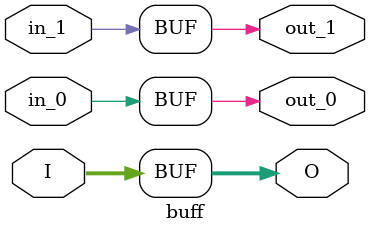
<source format=v>
`timescale 1ns / 1ps


module buff(
    input in_0,
    input in_1,
    input [8:3] I,
    output out_0,
    output out_1,
    output [8:3] O
    );
    assign out_0 = in_0;
    assign out_1 = in_1;   
    assign O = I; 

endmodule

</source>
